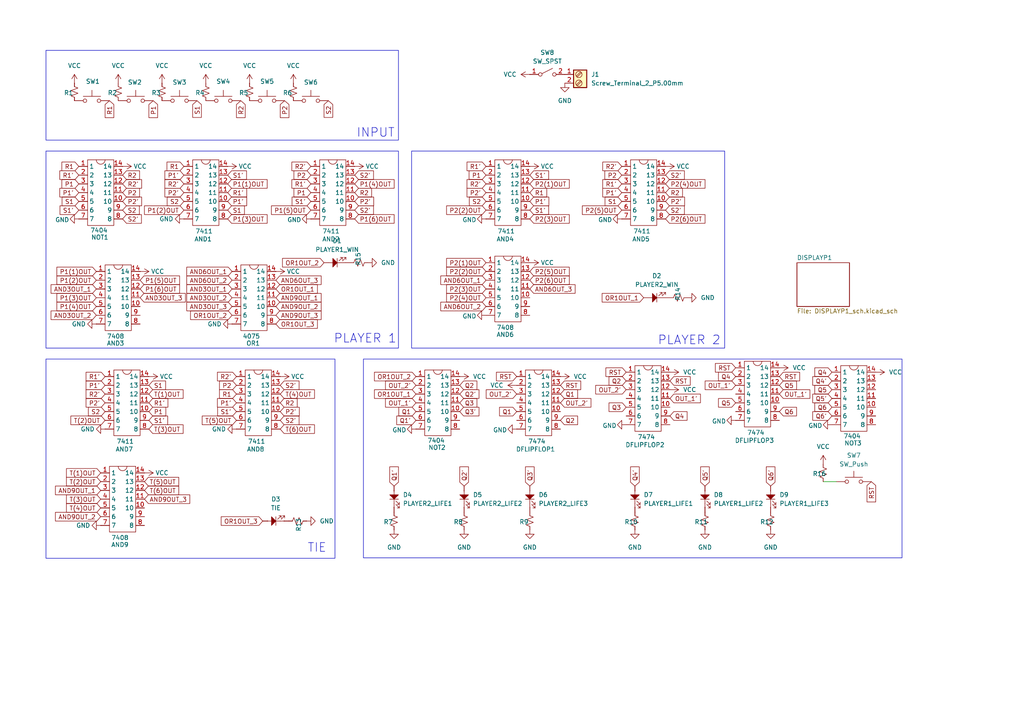
<source format=kicad_sch>
(kicad_sch (version 20231120) (generator "eeschema") (generator_version "8.0")
  (paper "A4")
  (lib_symbols
    (symbol "Device:R_Small_US" (pin_numbers hide) (pin_names (offset 0.254) hide)
      (property "Reference" "R" (at 0.762 0.508 0))
      (property "Value" "R_Small_US" (at 0.762 -1.016 0))
      (symbol "R_Small_US_1_1"
        (pin passive line (at 0 2.54 270) (length 1.016) (name "~") (number "1"))
        (pin passive line (at 0 -2.54 90) (length 1.016) (name "~") (number "2"))
      )
    )
    (symbol "PCM_SL_Devices:IC_DIP_14"
      (property "Reference" "U" (at 0 13.335 0))
      (property "Value" "IC_DIP_14" (at 0 11.43 0))
      (symbol "IC_DIP_14_1_1"
        (pin bidirectional line (at -6.35 7.62 0) (length 2.54) (name "1") (number "1"))
        (pin bidirectional line (at 6.35 -2.54 180) (length 2.54) (name "10") (number "10"))
        (pin bidirectional line (at 6.35 0 180) (length 2.54) (name "11") (number "11"))
        (pin bidirectional line (at 6.35 2.54 180) (length 2.54) (name "12") (number "12"))
        (pin bidirectional line (at 6.35 5.08 180) (length 2.54) (name "13") (number "13"))
        (pin bidirectional line (at 6.35 7.62 180) (length 2.54) (name "14") (number "14"))
        (pin bidirectional line (at -6.35 5.08 0) (length 2.54) (name "2") (number "2"))
        (pin bidirectional line (at -6.35 2.54 0) (length 2.54) (name "3") (number "3"))
        (pin bidirectional line (at -6.35 0 0) (length 2.54) (name "4") (number "4"))
        (pin bidirectional line (at -6.35 -2.54 0) (length 2.54) (name "5") (number "5"))
        (pin bidirectional line (at -6.35 -5.08 0) (length 2.54) (name "6") (number "6"))
        (pin bidirectional line (at -6.35 -7.62 0) (length 2.54) (name "7") (number "7"))
        (pin bidirectional line (at 6.35 -7.62 180) (length 2.54) (name "8") (number "8"))
        (pin bidirectional line (at 6.35 -5.08 180) (length 2.54) (name "9") (number "9"))
      )
    )
    (symbol "PCM_SL_Devices:LED_5mm"
      (property "Reference" "D" (at -0.508 5.334 0))
      (property "Value" "LED_5mm" (at -0.508 2.794 0))
      (symbol "LED_5mm_1_1"
        (pin passive line (at 3.81 0 180) (length 1.5) (name "~") (number "1"))
        (pin passive line (at -3.81 0 0) (length 1.5) (name "") (number "2"))
      )
    )
    (symbol "PCM_SL_Screw_Terminal:Screw_Terminal_2_P5.00mm"
      (property "Reference" "J" (at 0 3.81 0))
      (property "Value" "Screw_Terminal_2_P5.00mm" (at 0 -3.81 0))
      (symbol "Screw_Terminal_2_P5.00mm_1_1"
        (pin passive line (at -3.81 1.27 0) (length 2.54) (name "") (number "1"))
        (pin passive line (at -3.81 -1.27 0) (length 2.54) (name "") (number "2"))
      )
    )
    (symbol "Switch:SW_Push" (pin_numbers hide) (pin_names (offset 1.016) hide)
      (property "Reference" "SW" (at 1.27 2.54 0))
      (property "Value" "SW_Push" (at 0 -1.524 0))
      (symbol "SW_Push_0_1"
        (pin passive line (at -5.08 0 0) (length 2.54) (name "1") (number "1"))
        (pin passive line (at 5.08 0 180) (length 2.54) (name "2") (number "2"))
      )
    )
    (symbol "Switch:SW_SPST" (pin_names (offset 0) hide)
      (property "Reference" "SW" (at 0 3.175 0))
      (property "Value" "SW_SPST" (at 0 -2.54 0))
      (symbol "SW_SPST_1_1"
        (pin passive line (at -5.08 0 0) (length 2.54) (name "A") (number "1"))
        (pin passive line (at 5.08 0 180) (length 2.54) (name "B") (number "2"))
      )
    )
    (symbol "power:GND" (power) (pin_numbers hide) (pin_names (offset 0) hide)
      (property "Value" "GND" (at 0 -3.81 0))
      (symbol "GND_1_1"
        (pin power_in line (at 0 0 270) (length 0) (name "~") (number "1"))
      )
    )
    (symbol "power:VCC" (power) (pin_numbers hide) (pin_names (offset 0) hide)
      (property "Value" "VCC" (at 0 3.556 0))
      (symbol "VCC_1_1"
        (pin power_in line (at 0 0 90) (length 0) (name "~") (number "1"))
      )
    )
  )
  (wire (pts (xy 238.76 139.7) (xy 242.57 139.7)))
  (rectangle (start 105.41 104.14) (end 261.62 161.798))
  (rectangle (start 119.38 43.815) (end 210.185 100.965))
  (rectangle (start 13.335 43.815) (end 115.57 100.965))
  (rectangle (start 13.335 14.605) (end 115.57 40.64))
  (rectangle (start 13.335 104.14) (end 97.155 161.925))
  (text "PLAYER 1\n" (at 105.918 98.298 0) (effects (font (size 2.54 2.54))))
  (text "PLAYER 2\n\n" (at 199.898 100.838 0) (effects (font (size 2.54 2.54))))
  (text "TIE\n\n" (at 91.948 161.036 0) (effects (font (size 2.54 2.54))))
  (text "INPUT\n" (at 108.966 38.608 0) (effects (font (size 2.54 2.54))))
  (global_label "R1" (shape input) (at 31.75 29.21 270) (property "Intersheetrefs" "${INTERSHEET_REFS}" (effects (hide yes))))
  (global_label "Q3'" (shape input) (at 133.35 119.38 0) (property "Intersheetrefs" "${INTERSHEET_REFS}" (effects (hide yes))))
  (global_label "T(4)OUT" (shape input) (at 81.28 114.3 0) (property "Intersheetrefs" "${INTERSHEET_REFS}" (effects (hide yes))))
  (global_label "R2'" (shape input) (at 68.58 109.22 180) (property "Intersheetrefs" "${INTERSHEET_REFS}" (effects (hide yes))))
  (global_label "OUT_1'" (shape input) (at 226.06 114.3 0) (property "Intersheetrefs" "${INTERSHEET_REFS}" (effects (hide yes))))
  (global_label "P2(1)OUT" (shape input) (at 153.67 53.34 0) (property "Intersheetrefs" "${INTERSHEET_REFS}" (effects (hide yes))))
  (global_label "Q4'" (shape input) (at 241.3 110.49 180) (property "Intersheetrefs" "${INTERSHEET_REFS}" (effects (hide yes))))
  (global_label "OUT_2'" (shape input) (at 162.56 116.84 0) (property "Intersheetrefs" "${INTERSHEET_REFS}" (effects (hide yes))))
  (global_label "S1'" (shape input) (at 153.67 50.8 0) (property "Intersheetrefs" "${INTERSHEET_REFS}" (effects (hide yes))))
  (global_label "OR1OUT_1" (shape input) (at 80.01 83.82 0) (property "Intersheetrefs" "${INTERSHEET_REFS}" (effects (hide yes))))
  (global_label "AND9OUT_3" (shape input) (at 80.01 91.44 0) (property "Intersheetrefs" "${INTERSHEET_REFS}" (effects (hide yes))))
  (global_label "P1(1)OUT" (shape input) (at 66.04 53.34 0) (property "Intersheetrefs" "${INTERSHEET_REFS}" (effects (hide yes))))
  (global_label "R1" (shape input) (at 22.86 48.26 180) (property "Intersheetrefs" "${INTERSHEET_REFS}" (effects (hide yes))))
  (global_label "S1'" (shape input) (at 68.58 119.38 180) (property "Intersheetrefs" "${INTERSHEET_REFS}" (effects (hide yes))))
  (global_label "OR1OUT_2" (shape input) (at 120.65 109.22 180) (property "Intersheetrefs" "${INTERSHEET_REFS}" (effects (hide yes))))
  (global_label "P1" (shape input) (at 43.18 119.38 0) (property "Intersheetrefs" "${INTERSHEET_REFS}" (effects (hide yes))))
  (global_label "OUT_2'" (shape input) (at 149.86 114.3 180) (property "Intersheetrefs" "${INTERSHEET_REFS}" (effects (hide yes))))
  (global_label "P2(4)OUT" (shape input) (at 140.97 86.36 180) (property "Intersheetrefs" "${INTERSHEET_REFS}" (effects (hide yes))))
  (global_label "S2" (shape input) (at 30.48 119.38 180) (property "Intersheetrefs" "${INTERSHEET_REFS}" (effects (hide yes))))
  (global_label "P1(5)OUT" (shape input) (at 40.64 81.28 0) (property "Intersheetrefs" "${INTERSHEET_REFS}" (effects (hide yes))))
  (global_label "AND6OUT_1" (shape input) (at 67.31 78.74 180) (property "Intersheetrefs" "${INTERSHEET_REFS}" (effects (hide yes))))
  (global_label "OUT_1'" (shape input) (at 213.36 111.76 180) (property "Intersheetrefs" "${INTERSHEET_REFS}" (effects (hide yes))))
  (global_label "P2(2)OUT" (shape input) (at 140.97 60.96 180) (property "Intersheetrefs" "${INTERSHEET_REFS}" (effects (hide yes))))
  (global_label "R2" (shape input) (at 102.87 55.88 0) (property "Intersheetrefs" "${INTERSHEET_REFS}" (effects (hide yes))))
  (global_label "S1" (shape input) (at 43.18 111.76 0) (property "Intersheetrefs" "${INTERSHEET_REFS}" (effects (hide yes))))
  (global_label "R2'" (shape input) (at 35.56 53.34 0) (property "Intersheetrefs" "${INTERSHEET_REFS}" (effects (hide yes))))
  (global_label "OR1OUT_1" (shape input) (at 186.69 86.36 180) (property "Intersheetrefs" "${INTERSHEET_REFS}" (effects (hide yes))))
  (global_label "R1'" (shape input) (at 30.48 109.22 180) (property "Intersheetrefs" "${INTERSHEET_REFS}" (effects (hide yes))))
  (global_label "T(3)OUT" (shape input) (at 43.18 124.46 0) (property "Intersheetrefs" "${INTERSHEET_REFS}" (effects (hide yes))))
  (global_label "OUT_2'" (shape input) (at 120.65 111.76 180) (property "Intersheetrefs" "${INTERSHEET_REFS}" (effects (hide yes))))
  (global_label "P2" (shape input) (at 82.55 29.21 270) (property "Intersheetrefs" "${INTERSHEET_REFS}" (effects (hide yes))))
  (global_label "R1'" (shape input) (at 140.97 48.26 180) (property "Intersheetrefs" "${INTERSHEET_REFS}" (effects (hide yes))))
  (global_label "P2'" (shape input) (at 193.04 58.42 0) (property "Intersheetrefs" "${INTERSHEET_REFS}" (effects (hide yes))))
  (global_label "S2" (shape input) (at 140.97 58.42 180) (property "Intersheetrefs" "${INTERSHEET_REFS}" (effects (hide yes))))
  (global_label "Q1'" (shape input) (at 120.65 121.92 180) (property "Intersheetrefs" "${INTERSHEET_REFS}" (effects (hide yes))))
  (global_label "AND9OUT_1" (shape input) (at 80.01 86.36 0) (property "Intersheetrefs" "${INTERSHEET_REFS}" (effects (hide yes))))
  (global_label "RST" (shape input) (at 149.86 109.22 180) (property "Intersheetrefs" "${INTERSHEET_REFS}" (effects (hide yes))))
  (global_label "Q2'" (shape input) (at 134.62 140.97 90) (property "Intersheetrefs" "${INTERSHEET_REFS}" (effects (hide yes))))
  (global_label "AND9OUT_2" (shape input) (at 29.21 149.86 180) (property "Intersheetrefs" "${INTERSHEET_REFS}" (effects (hide yes))))
  (global_label "P2" (shape input) (at 68.58 111.76 180) (property "Intersheetrefs" "${INTERSHEET_REFS}" (effects (hide yes))))
  (global_label "S1'" (shape input) (at 66.04 50.8 0) (property "Intersheetrefs" "${INTERSHEET_REFS}" (effects (hide yes))))
  (global_label "P1" (shape input) (at 140.97 50.8 180) (property "Intersheetrefs" "${INTERSHEET_REFS}" (effects (hide yes))))
  (global_label "Q5" (shape input) (at 213.36 116.84 180) (property "Intersheetrefs" "${INTERSHEET_REFS}" (effects (hide yes))))
  (global_label "S1'" (shape input) (at 22.86 60.96 180) (property "Intersheetrefs" "${INTERSHEET_REFS}" (effects (hide yes))))
  (global_label "P1(6)OUT" (shape input) (at 40.64 83.82 0) (property "Intersheetrefs" "${INTERSHEET_REFS}" (effects (hide yes))))
  (global_label "P1(1)OUT" (shape input) (at 27.94 78.74 180) (property "Intersheetrefs" "${INTERSHEET_REFS}" (effects (hide yes))))
  (global_label "S2" (shape input) (at 95.25 29.21 270) (property "Intersheetrefs" "${INTERSHEET_REFS}" (effects (hide yes))))
  (global_label "S2" (shape input) (at 53.34 58.42 180) (property "Intersheetrefs" "${INTERSHEET_REFS}" (effects (hide yes))))
  (global_label "P2(3)OUT" (shape input) (at 153.67 63.5 0) (property "Intersheetrefs" "${INTERSHEET_REFS}" (effects (hide yes))))
  (global_label "P2" (shape input) (at 180.34 50.8 180) (property "Intersheetrefs" "${INTERSHEET_REFS}" (effects (hide yes))))
  (global_label "P1(5)OUT" (shape input) (at 90.17 60.96 180) (property "Intersheetrefs" "${INTERSHEET_REFS}" (effects (hide yes))))
  (global_label "S1'" (shape input) (at 43.18 121.92 0) (property "Intersheetrefs" "${INTERSHEET_REFS}" (effects (hide yes))))
  (global_label "AND6OUT_2" (shape input) (at 140.97 88.9 180) (property "Intersheetrefs" "${INTERSHEET_REFS}" (effects (hide yes))))
  (global_label "P1" (shape input) (at 44.45 29.21 270) (property "Intersheetrefs" "${INTERSHEET_REFS}" (effects (hide yes))))
  (global_label "S2'" (shape input) (at 81.28 121.92 0) (property "Intersheetrefs" "${INTERSHEET_REFS}" (effects (hide yes))))
  (global_label "P1(2)OUT" (shape input) (at 27.94 81.28 180) (property "Intersheetrefs" "${INTERSHEET_REFS}" (effects (hide yes))))
  (global_label "S2'" (shape input) (at 102.87 50.8 0) (property "Intersheetrefs" "${INTERSHEET_REFS}" (effects (hide yes))))
  (global_label "AND9OUT_3" (shape input) (at 41.91 144.78 0) (property "Intersheetrefs" "${INTERSHEET_REFS}" (effects (hide yes))))
  (global_label "T(6)OUT" (shape input) (at 41.91 142.24 0) (property "Intersheetrefs" "${INTERSHEET_REFS}" (effects (hide yes))))
  (global_label "Q4'" (shape input) (at 184.15 140.97 90) (property "Intersheetrefs" "${INTERSHEET_REFS}" (effects (hide yes))))
  (global_label "P2(1)OUT" (shape input) (at 140.97 76.2 180) (property "Intersheetrefs" "${INTERSHEET_REFS}" (effects (hide yes))))
  (global_label "Q1" (shape input) (at 149.86 119.38 180) (property "Intersheetrefs" "${INTERSHEET_REFS}" (effects (hide yes))))
  (global_label "P2" (shape input) (at 90.17 50.8 180) (property "Intersheetrefs" "${INTERSHEET_REFS}" (effects (hide yes))))
  (global_label "RST" (shape input) (at 181.61 107.95 180) (property "Intersheetrefs" "${INTERSHEET_REFS}" (effects (hide yes))))
  (global_label "T(2)OUT" (shape input) (at 30.48 121.92 180) (property "Intersheetrefs" "${INTERSHEET_REFS}" (effects (hide yes))))
  (global_label "P1(3)OUT" (shape input) (at 27.94 86.36 180) (property "Intersheetrefs" "${INTERSHEET_REFS}" (effects (hide yes))))
  (global_label "AND3OUT_2" (shape input) (at 27.94 91.44 180) (property "Intersheetrefs" "${INTERSHEET_REFS}" (effects (hide yes))))
  (global_label "Q1" (shape input) (at 162.56 114.3 0) (property "Intersheetrefs" "${INTERSHEET_REFS}" (effects (hide yes))))
  (global_label "RST" (shape input) (at 226.06 109.22 0) (property "Intersheetrefs" "${INTERSHEET_REFS}" (effects (hide yes))))
  (global_label "S2'" (shape input) (at 193.04 50.8 0) (property "Intersheetrefs" "${INTERSHEET_REFS}" (effects (hide yes))))
  (global_label "P1(4)OUT" (shape input) (at 27.94 88.9 180) (property "Intersheetrefs" "${INTERSHEET_REFS}" (effects (hide yes))))
  (global_label "S1" (shape input) (at 180.34 58.42 180) (property "Intersheetrefs" "${INTERSHEET_REFS}" (effects (hide yes))))
  (global_label "P2'" (shape input) (at 53.34 55.88 180) (property "Intersheetrefs" "${INTERSHEET_REFS}" (effects (hide yes))))
  (global_label "Q5" (shape input) (at 241.3 113.03 180) (property "Intersheetrefs" "${INTERSHEET_REFS}" (effects (hide yes))))
  (global_label "OR1OUT_2" (shape input) (at 67.31 91.44 180) (property "Intersheetrefs" "${INTERSHEET_REFS}" (effects (hide yes))))
  (global_label "OR1OUT_3" (shape input) (at 76.2 151.13 180) (property "Intersheetrefs" "${INTERSHEET_REFS}" (effects (hide yes))))
  (global_label "Q5" (shape input) (at 226.06 111.76 0) (property "Intersheetrefs" "${INTERSHEET_REFS}" (effects (hide yes))))
  (global_label "R2'" (shape input) (at 53.34 53.34 180) (property "Intersheetrefs" "${INTERSHEET_REFS}" (effects (hide yes))))
  (global_label "AND6OUT_3" (shape input) (at 80.01 81.28 0) (property "Intersheetrefs" "${INTERSHEET_REFS}" (effects (hide yes))))
  (global_label "AND9OUT_1" (shape input) (at 29.21 142.24 180) (property "Intersheetrefs" "${INTERSHEET_REFS}" (effects (hide yes))))
  (global_label "P1(6)OUT" (shape input) (at 102.87 63.5 0) (property "Intersheetrefs" "${INTERSHEET_REFS}" (effects (hide yes))))
  (global_label "P2'" (shape input) (at 81.28 119.38 0) (property "Intersheetrefs" "${INTERSHEET_REFS}" (effects (hide yes))))
  (global_label "S1" (shape input) (at 66.04 60.96 0) (property "Intersheetrefs" "${INTERSHEET_REFS}" (effects (hide yes))))
  (global_label "OUT_1'" (shape input) (at 194.31 115.57 0) (property "Intersheetrefs" "${INTERSHEET_REFS}" (effects (hide yes))))
  (global_label "AND9OUT_2" (shape input) (at 80.01 88.9 0) (property "Intersheetrefs" "${INTERSHEET_REFS}" (effects (hide yes))))
  (global_label "Q6" (shape input) (at 241.3 118.11 180) (property "Intersheetrefs" "${INTERSHEET_REFS}" (effects (hide yes))))
  (global_label "R2'" (shape input) (at 140.97 53.34 180) (property "Intersheetrefs" "${INTERSHEET_REFS}" (effects (hide yes))))
  (global_label "Q4" (shape input) (at 194.31 120.65 0) (property "Intersheetrefs" "${INTERSHEET_REFS}" (effects (hide yes))))
  (global_label "P2" (shape input) (at 35.56 55.88 0) (property "Intersheetrefs" "${INTERSHEET_REFS}" (effects (hide yes))))
  (global_label "P1'" (shape input) (at 153.67 58.42 0) (property "Intersheetrefs" "${INTERSHEET_REFS}" (effects (hide yes))))
  (global_label "Q1'" (shape input) (at 114.3 140.97 90) (property "Intersheetrefs" "${INTERSHEET_REFS}" (effects (hide yes))))
  (global_label "P1" (shape input) (at 90.17 55.88 180) (property "Intersheetrefs" "${INTERSHEET_REFS}" (effects (hide yes))))
  (global_label "AND6OUT_3" (shape input) (at 153.67 83.82 0) (property "Intersheetrefs" "${INTERSHEET_REFS}" (effects (hide yes))))
  (global_label "RST" (shape input) (at 194.31 110.49 0) (property "Intersheetrefs" "${INTERSHEET_REFS}" (effects (hide yes))))
  (global_label "Q3" (shape input) (at 181.61 118.11 180) (property "Intersheetrefs" "${INTERSHEET_REFS}" (effects (hide yes))))
  (global_label "P2(3)OUT" (shape input) (at 140.97 83.82 180) (property "Intersheetrefs" "${INTERSHEET_REFS}" (effects (hide yes))))
  (global_label "Q2" (shape input) (at 133.35 111.76 0) (property "Intersheetrefs" "${INTERSHEET_REFS}" (effects (hide yes))))
  (global_label "Q2" (shape input) (at 181.61 110.49 180) (property "Intersheetrefs" "${INTERSHEET_REFS}" (effects (hide yes))))
  (global_label "R1'" (shape input) (at 22.86 50.8 180) (property "Intersheetrefs" "${INTERSHEET_REFS}" (effects (hide yes))))
  (global_label "P2'" (shape input) (at 35.56 58.42 0) (property "Intersheetrefs" "${INTERSHEET_REFS}" (effects (hide yes))))
  (global_label "R1'" (shape input) (at 43.18 116.84 0) (property "Intersheetrefs" "${INTERSHEET_REFS}" (effects (hide yes))))
  (global_label "Q5'" (shape input) (at 241.3 115.57 180) (property "Intersheetrefs" "${INTERSHEET_REFS}" (effects (hide yes))))
  (global_label "OR1OUT_2" (shape input) (at 93.98 76.2 180) (property "Intersheetrefs" "${INTERSHEET_REFS}" (effects (hide yes))))
  (global_label "P1'" (shape input) (at 30.48 111.76 180) (property "Intersheetrefs" "${INTERSHEET_REFS}" (effects (hide yes))))
  (global_label "Q2'" (shape input) (at 133.35 114.3 0) (property "Intersheetrefs" "${INTERSHEET_REFS}" (effects (hide yes))))
  (global_label "T(5)OUT" (shape input) (at 41.91 139.7 0) (property "Intersheetrefs" "${INTERSHEET_REFS}" (effects (hide yes))))
  (global_label "Q6'" (shape input) (at 241.3 120.65 180) (property "Intersheetrefs" "${INTERSHEET_REFS}" (effects (hide yes))))
  (global_label "P2'" (shape input) (at 140.97 55.88 180) (property "Intersheetrefs" "${INTERSHEET_REFS}" (effects (hide yes))))
  (global_label "P2(2)OUT" (shape input) (at 140.97 78.74 180) (property "Intersheetrefs" "${INTERSHEET_REFS}" (effects (hide yes))))
  (global_label "P2(6)OUT" (shape input) (at 193.04 63.5 0) (property "Intersheetrefs" "${INTERSHEET_REFS}" (effects (hide yes))))
  (global_label "S1" (shape input) (at 57.15 29.21 270) (property "Intersheetrefs" "${INTERSHEET_REFS}" (effects (hide yes))))
  (global_label "AND3OUT_2" (shape input) (at 67.31 86.36 180) (property "Intersheetrefs" "${INTERSHEET_REFS}" (effects (hide yes))))
  (global_label "Q4" (shape input) (at 213.36 109.22 180) (property "Intersheetrefs" "${INTERSHEET_REFS}" (effects (hide yes))))
  (global_label "P1'" (shape input) (at 68.58 116.84 180) (property "Intersheetrefs" "${INTERSHEET_REFS}" (effects (hide yes))))
  (global_label "S1" (shape input) (at 22.86 58.42 180) (property "Intersheetrefs" "${INTERSHEET_REFS}" (effects (hide yes))))
  (global_label "T(6)OUT" (shape input) (at 81.28 124.46 0) (property "Intersheetrefs" "${INTERSHEET_REFS}" (effects (hide yes))))
  (global_label "Q6'" (shape input) (at 223.52 140.97 90) (property "Intersheetrefs" "${INTERSHEET_REFS}" (effects (hide yes))))
  (global_label "P1(2)OUT" (shape input) (at 53.34 60.96 180) (property "Intersheetrefs" "${INTERSHEET_REFS}" (effects (hide yes))))
  (global_label "P1(4)OUT" (shape input) (at 102.87 53.34 0) (property "Intersheetrefs" "${INTERSHEET_REFS}" (effects (hide yes))))
  (global_label "P1" (shape input) (at 22.86 53.34 180) (property "Intersheetrefs" "${INTERSHEET_REFS}" (effects (hide yes))))
  (global_label "R1" (shape input) (at 153.67 55.88 0) (property "Intersheetrefs" "${INTERSHEET_REFS}" (effects (hide yes))))
  (global_label "R2'" (shape input) (at 90.17 48.26 180) (property "Intersheetrefs" "${INTERSHEET_REFS}" (effects (hide yes))))
  (global_label "P2(6)OUT" (shape input) (at 153.67 81.28 0) (property "Intersheetrefs" "${INTERSHEET_REFS}" (effects (hide yes))))
  (global_label "T(5)OUT" (shape input) (at 68.58 121.92 180) (property "Intersheetrefs" "${INTERSHEET_REFS}" (effects (hide yes))))
  (global_label "OUT_2'" (shape input) (at 181.61 113.03 180) (property "Intersheetrefs" "${INTERSHEET_REFS}" (effects (hide yes))))
  (global_label "P1'" (shape input) (at 53.34 50.8 180) (property "Intersheetrefs" "${INTERSHEET_REFS}" (effects (hide yes))))
  (global_label "Q5'" (shape input) (at 204.47 140.97 90) (property "Intersheetrefs" "${INTERSHEET_REFS}" (effects (hide yes))))
  (global_label "OR1OUT_1" (shape input) (at 120.65 114.3 180) (property "Intersheetrefs" "${INTERSHEET_REFS}" (effects (hide yes))))
  (global_label "RST" (shape input) (at 213.36 106.68 180) (property "Intersheetrefs" "${INTERSHEET_REFS}" (effects (hide yes))))
  (global_label "S2" (shape input) (at 35.56 60.96 0) (property "Intersheetrefs" "${INTERSHEET_REFS}" (effects (hide yes))))
  (global_label "P2(5)OUT" (shape input) (at 180.34 60.96 180) (property "Intersheetrefs" "${INTERSHEET_REFS}" (effects (hide yes))))
  (global_label "P2'" (shape input) (at 30.48 116.84 180) (property "Intersheetrefs" "${INTERSHEET_REFS}" (effects (hide yes))))
  (global_label "AND6OUT_2" (shape input) (at 67.31 81.28 180) (property "Intersheetrefs" "${INTERSHEET_REFS}" (effects (hide yes))))
  (global_label "Q4" (shape input) (at 241.3 107.95 180) (property "Intersheetrefs" "${INTERSHEET_REFS}" (effects (hide yes))))
  (global_label "Q2" (shape input) (at 162.56 121.92 0) (property "Intersheetrefs" "${INTERSHEET_REFS}" (effects (hide yes))))
  (global_label "R1'" (shape input) (at 180.34 53.34 180) (property "Intersheetrefs" "${INTERSHEET_REFS}" (effects (hide yes))))
  (global_label "T(2)OUT" (shape input) (at 29.21 139.7 180) (property "Intersheetrefs" "${INTERSHEET_REFS}" (effects (hide yes))))
  (global_label "R1'" (shape input) (at 90.17 53.34 180) (property "Intersheetrefs" "${INTERSHEET_REFS}" (effects (hide yes))))
  (global_label "S1'" (shape input) (at 153.67 60.96 0) (property "Intersheetrefs" "${INTERSHEET_REFS}" (effects (hide yes))))
  (global_label "AND3OUT_3" (shape input) (at 67.31 88.9 180) (property "Intersheetrefs" "${INTERSHEET_REFS}" (effects (hide yes))))
  (global_label "Q3'" (shape input) (at 153.67 140.97 90) (property "Intersheetrefs" "${INTERSHEET_REFS}" (effects (hide yes))))
  (global_label "R2" (shape input) (at 35.56 50.8 0) (property "Intersheetrefs" "${INTERSHEET_REFS}" (effects (hide yes))))
  (global_label "OR1OUT_3" (shape input) (at 80.01 93.98 0) (property "Intersheetrefs" "${INTERSHEET_REFS}" (effects (hide yes))))
  (global_label "RST" (shape input) (at 162.56 111.76 0) (property "Intersheetrefs" "${INTERSHEET_REFS}" (effects (hide yes))))
  (global_label "AND3OUT_3" (shape input) (at 40.64 86.36 0) (property "Intersheetrefs" "${INTERSHEET_REFS}" (effects (hide yes))))
  (global_label "RST" (shape input) (at 252.73 139.7 270) (property "Intersheetrefs" "${INTERSHEET_REFS}" (effects (hide yes))))
  (global_label "T(3)OUT" (shape input) (at 29.21 144.78 180) (property "Intersheetrefs" "${INTERSHEET_REFS}" (effects (hide yes))))
  (global_label "AND3OUT_1" (shape input) (at 67.31 83.82 180) (property "Intersheetrefs" "${INTERSHEET_REFS}" (effects (hide yes))))
  (global_label "Q3" (shape input) (at 133.35 116.84 0) (property "Intersheetrefs" "${INTERSHEET_REFS}" (effects (hide yes))))
  (global_label "R2" (shape input) (at 81.28 116.84 0) (property "Intersheetrefs" "${INTERSHEET_REFS}" (effects (hide yes))))
  (global_label "S2'" (shape input) (at 81.28 111.76 0) (property "Intersheetrefs" "${INTERSHEET_REFS}" (effects (hide yes))))
  (global_label "P1'" (shape input) (at 66.04 58.42 0) (property "Intersheetrefs" "${INTERSHEET_REFS}" (effects (hide yes))))
  (global_label "R2" (shape input) (at 69.85 29.21 270) (property "Intersheetrefs" "${INTERSHEET_REFS}" (effects (hide yes))))
  (global_label "OUT_1'" (shape input) (at 120.65 116.84 180) (property "Intersheetrefs" "${INTERSHEET_REFS}" (effects (hide yes))))
  (global_label "P1(3)OUT" (shape input) (at 66.04 63.5 0) (property "Intersheetrefs" "${INTERSHEET_REFS}" (effects (hide yes))))
  (global_label "R1" (shape input) (at 68.58 114.3 180) (property "Intersheetrefs" "${INTERSHEET_REFS}" (effects (hide yes))))
  (global_label "T(4)OUT" (shape input) (at 29.21 147.32 180) (property "Intersheetrefs" "${INTERSHEET_REFS}" (effects (hide yes))))
  (global_label "S2'" (shape input) (at 193.04 60.96 0) (property "Intersheetrefs" "${INTERSHEET_REFS}" (effects (hide yes))))
  (global_label "P2(5)OUT" (shape input) (at 153.67 78.74 0) (property "Intersheetrefs" "${INTERSHEET_REFS}" (effects (hide yes))))
  (global_label "R2'" (shape input) (at 180.34 48.26 180) (property "Intersheetrefs" "${INTERSHEET_REFS}" (effects (hide yes))))
  (global_label "R2" (shape input) (at 193.04 55.88 0) (property "Intersheetrefs" "${INTERSHEET_REFS}" (effects (hide yes))))
  (global_label "P2'" (shape input) (at 102.87 58.42 0) (property "Intersheetrefs" "${INTERSHEET_REFS}" (effects (hide yes))))
  (global_label "AND3OUT_1" (shape input) (at 27.94 83.82 180) (property "Intersheetrefs" "${INTERSHEET_REFS}" (effects (hide yes))))
  (global_label "P1'" (shape input) (at 180.34 55.88 180) (property "Intersheetrefs" "${INTERSHEET_REFS}" (effects (hide yes))))
  (global_label "R1'" (shape input) (at 66.04 55.88 0) (property "Intersheetrefs" "${INTERSHEET_REFS}" (effects (hide yes))))
  (global_label "Q6" (shape input) (at 226.06 119.38 0) (property "Intersheetrefs" "${INTERSHEET_REFS}" (effects (hide yes))))
  (global_label "R2'" (shape input) (at 30.48 114.3 180) (property "Intersheetrefs" "${INTERSHEET_REFS}" (effects (hide yes))))
  (global_label "AND6OUT_1" (shape input) (at 140.97 81.28 180) (property "Intersheetrefs" "${INTERSHEET_REFS}" (effects (hide yes))))
  (global_label "Q1" (shape input) (at 120.65 119.38 180) (property "Intersheetrefs" "${INTERSHEET_REFS}" (effects (hide yes))))
  (global_label "T(1)OUT" (shape input) (at 43.18 114.3 0) (property "Intersheetrefs" "${INTERSHEET_REFS}" (effects (hide yes))))
  (global_label "T(1)OUT" (shape input) (at 29.21 137.16 180) (property "Intersheetrefs" "${INTERSHEET_REFS}" (effects (hide yes))))
  (global_label "S1'" (shape input) (at 90.17 58.42 180) (property "Intersheetrefs" "${INTERSHEET_REFS}" (effects (hide yes))))
  (global_label "S2'" (shape input) (at 102.87 60.96 0) (property "Intersheetrefs" "${INTERSHEET_REFS}" (effects (hide yes))))
  (global_label "R1" (shape input) (at 53.34 48.26 180) (property "Intersheetrefs" "${INTERSHEET_REFS}" (effects (hide yes))))
  (global_label "P1'" (shape input) (at 22.86 55.88 180) (property "Intersheetrefs" "${INTERSHEET_REFS}" (effects (hide yes))))
  (global_label "S2'" (shape input) (at 35.56 63.5 0) (property "Intersheetrefs" "${INTERSHEET_REFS}" (effects (hide yes))))
  (global_label "P2(4)OUT" (shape input) (at 193.04 53.34 0) (property "Intersheetrefs" "${INTERSHEET_REFS}" (effects (hide yes))))
  (symbol (lib_id "power:GND") (at 149.86 124.46 270) (unit 1)
    (property "Reference" "#PWR034" (effects (hide yes)))
    (property "Value" "GND" (at 145.034 124.714 90))
    (property "Description" "Power symbol creates a global label with name \"GND\" , ground" (effects (hide yes)))
  )
  (symbol (lib_id "Device:R_Small_US") (at 184.15 151.13 0) (unit 1)
    (property "Reference" "R10" (at 181.102 151.384 0) (effects (justify left)))
    (property "Value" "R_Small_US" (effects (hide yes)))
    (property "Footprint" "Resistor_THT:R_Axial_DIN0207_L6.3mm_D2.5mm_P7.62mm_Horizontal" (effects (hide yes)))
    (property "Description" "Resistor, small US symbol" (effects (hide yes)))
  )
  (symbol (lib_id "PCM_SL_Screw_Terminal:Screw_Terminal_2_P5.00mm") (at 167.64 22.86 0) (unit 1)
    (property "Reference" "J1" (at 171.45 21.5899 0) (effects (justify left)))
    (property "Value" "Screw_Terminal_2_P5.00mm" (at 171.45 24.1299 0) (effects (justify left)))
    (property "Footprint" "TerminalBlock_Phoenix:TerminalBlock_Phoenix_PT-1,5-2-5.0-H_1x02_P5.00mm_Horizontal" (effects (hide yes)))
  )
  (symbol (lib_id "Device:R_Small_US") (at 153.67 151.13 0) (unit 1)
    (property "Reference" "R9" (at 150.622 151.384 0) (effects (justify left)))
    (property "Value" "R_Small_US" (effects (hide yes)))
    (property "Footprint" "Resistor_THT:R_Axial_DIN0207_L6.3mm_D2.5mm_P7.62mm_Horizontal" (effects (hide yes)))
    (property "Description" "Resistor, small US symbol" (effects (hide yes)))
  )
  (symbol (lib_id "power:VCC") (at 226.06 106.68 270) (unit 1)
    (property "Reference" "#PWR043" (effects (hide yes)))
    (property "Value" "VCC" (at 229.87 106.6799 90) (effects (justify left)))
    (property "Description" "Power symbol creates a global label with name \"VCC\"" (effects (hide yes)))
  )
  (symbol (lib_id "PCM_SL_Devices:LED_5mm") (at 80.01 151.13 0) (unit 1)
    (property "Reference" "D3" (at 80.01 144.78 0))
    (property "Value" "TIE" (at 80.01 147.32 0))
    (property "Footprint" "LED_THT:LED_D5.0mm" (effects (hide yes)))
    (property "Description" "Common 5mm diameter LED" (effects (hide yes)))
  )
  (symbol (lib_id "Device:R_Small_US") (at 46.99 26.67 0) (unit 1)
    (property "Reference" "R3" (at 43.942 26.924 0) (effects (justify left)))
    (property "Value" "R_Small_US" (effects (hide yes)))
    (property "Footprint" "Resistor_THT:R_Axial_DIN0207_L6.3mm_D2.5mm_P7.62mm_Horizontal" (effects (hide yes)))
    (property "Description" "Resistor, small US symbol" (effects (hide yes)))
  )
  (symbol (lib_id "power:VCC") (at 194.31 107.95 270) (unit 1)
    (property "Reference" "#PWR041" (effects (hide yes)))
    (property "Value" "VCC" (at 198.12 107.9499 90) (effects (justify left)))
    (property "Description" "Power symbol creates a global label with name \"VCC\"" (effects (hide yes)))
  )
  (symbol (lib_id "power:VCC") (at 35.56 48.26 270) (unit 1)
    (property "Reference" "#PWR015" (effects (hide yes)))
    (property "Value" "VCC" (at 40.64 48.26 90))
    (property "Description" "Power symbol creates a global label with name \"VCC\"" (effects (hide yes)))
  )
  (symbol (lib_id "PCM_SL_Devices:IC_DIP_14") (at 127 116.84 0) (unit 1)
    (property "Reference" "NOT2" (at 129.286 129.794 0) (effects (justify right)))
    (property "Value" "7404" (at 129.032 127.762 0) (effects (justify right)))
    (property "Footprint" "Package_DIP:DIP-14_W7.62mm_LongPads" (effects (hide yes)))
    (property "Description" "Common IC, DIP-14 Package" (effects (hide yes)))
  )
  (symbol (lib_id "Device:R_Small_US") (at 34.29 26.67 0) (unit 1)
    (property "Reference" "R2" (at 31.242 26.924 0) (effects (justify left)))
    (property "Value" "R_Small_US" (effects (hide yes)))
    (property "Footprint" "Resistor_THT:R_Axial_DIN0207_L6.3mm_D2.5mm_P7.62mm_Horizontal" (effects (hide yes)))
    (property "Description" "Resistor, small US symbol" (effects (hide yes)))
  )
  (symbol (lib_id "power:GND") (at 184.15 153.67 0) (unit 1)
    (property "Reference" "#PWR047" (effects (hide yes)))
    (property "Value" "GND" (at 184.15 158.75 0))
    (property "Description" "Power symbol creates a global label with name \"GND\" , ground" (effects (hide yes)))
  )
  (symbol (lib_id "Device:R_Small_US") (at 21.59 26.67 0) (unit 1)
    (property "Reference" "R1" (at 18.542 26.924 0) (effects (justify left)))
    (property "Value" "R_Small_US" (effects (hide yes)))
    (property "Footprint" "Resistor_THT:R_Axial_DIN0207_L6.3mm_D2.5mm_P7.62mm_Horizontal" (effects (hide yes)))
    (property "Description" "Resistor, small US symbol" (effects (hide yes)))
  )
  (symbol (lib_id "power:VCC") (at 194.31 113.03 270) (unit 1)
    (property "Reference" "#PWR040" (effects (hide yes)))
    (property "Value" "VCC" (at 198.12 113.0299 90) (effects (justify left)))
    (property "Description" "Power symbol creates a global label with name \"VCC\"" (effects (hide yes)))
  )
  (symbol (lib_id "Switch:SW_SPST") (at 158.75 21.59 0) (unit 1)
    (property "Reference" "SW8" (at 158.75 15.24 0))
    (property "Value" "SW_SPST" (at 158.75 17.78 0))
    (property "Footprint" "Connector_PinHeader_2.54mm:PinHeader_1x02_P2.54mm_Vertical" (effects (hide yes)))
    (property "Description" "Single Pole Single Throw (SPST) switch" (effects (hide yes)))
  )
  (symbol (lib_id "Switch:SW_Push") (at 26.67 29.21 0) (unit 1)
    (property "Reference" "SW1" (at 26.924 23.622 0))
    (property "Value" "SW_Push" (effects (hide yes)))
    (property "Footprint" "Connector_PinHeader_2.54mm:PinHeader_1x02_P2.54mm_Vertical" (effects (hide yes)))
    (property "Description" "Push button switch, generic, two pins" (effects (hide yes)))
  )
  (symbol (lib_id "Switch:SW_Push") (at 52.07 29.21 0) (unit 1)
    (property "Reference" "SW3" (at 52.07 23.876 0))
    (property "Value" "SW_Push" (effects (hide yes)))
    (property "Footprint" "Connector_PinHeader_2.54mm:PinHeader_1x02_P2.54mm_Vertical" (effects (hide yes)))
    (property "Description" "Push button switch, generic, two pins" (effects (hide yes)))
  )
  (symbol (lib_id "power:VCC") (at 162.56 109.22 270) (unit 1)
    (property "Reference" "#PWR033" (effects (hide yes)))
    (property "Value" "VCC" (at 166.37 109.2199 90) (effects (justify left)))
    (property "Description" "Power symbol creates a global label with name \"VCC\"" (effects (hide yes)))
  )
  (symbol (lib_id "power:GND") (at 153.67 153.67 0) (unit 1)
    (property "Reference" "#PWR039" (effects (hide yes)))
    (property "Value" "GND" (at 153.67 158.75 0))
    (property "Description" "Power symbol creates a global label with name \"GND\" , ground" (effects (hide yes)))
  )
  (symbol (lib_id "power:VCC") (at 153.67 48.26 270) (unit 1)
    (property "Reference" "#PWR019" (effects (hide yes)))
    (property "Value" "VCC" (at 158.75 48.26 90))
    (property "Description" "Power symbol creates a global label with name \"VCC\"" (effects (hide yes)))
  )
  (symbol (lib_id "power:GND") (at 241.3 123.19 270) (unit 1)
    (property "Reference" "#PWR045" (effects (hide yes)))
    (property "Value" "GND" (at 236.474 123.444 90))
    (property "Description" "Power symbol creates a global label with name \"GND\" , ground" (effects (hide yes)))
  )
  (symbol (lib_id "PCM_SL_Devices:IC_DIP_14") (at 34.29 86.36 0) (unit 1)
    (property "Reference" "AND3" (at 36.068 99.568 0) (effects (justify right)))
    (property "Value" "7408" (at 36.068 97.536 0) (effects (justify right)))
    (property "Footprint" "Package_DIP:DIP-14_W7.62mm_LongPads" (effects (hide yes)))
    (property "Description" "Common IC, DIP-14 Package" (effects (hide yes)))
  )
  (symbol (lib_id "Switch:SW_Push") (at 64.77 29.21 0) (unit 1)
    (property "Reference" "SW4" (at 64.77 23.622 0))
    (property "Value" "SW_Push" (effects (hide yes)))
    (property "Footprint" "Connector_PinHeader_2.54mm:PinHeader_1x02_P2.54mm_Vertical" (effects (hide yes)))
    (property "Description" "Push button switch, generic, two pins" (effects (hide yes)))
  )
  (symbol (lib_id "power:VCC") (at 43.18 109.22 270) (unit 1)
    (property "Reference" "#PWR024" (effects (hide yes)))
    (property "Value" "VCC" (at 48.26 109.22 90))
    (property "Description" "Power symbol creates a global label with name \"VCC\"" (effects (hide yes)))
  )
  (symbol (lib_id "power:GND") (at 22.86 63.5 270) (unit 1)
    (property "Reference" "#PWR07" (effects (hide yes)))
    (property "Value" "GND" (at 18.034 63.754 90))
    (property "Description" "Power symbol creates a global label with name \"GND\" , ground" (effects (hide yes)))
  )
  (symbol (lib_id "power:VCC") (at 81.28 109.22 270) (unit 1)
    (property "Reference" "#PWR026" (effects (hide yes)))
    (property "Value" "VCC" (at 86.36 109.22 90))
    (property "Description" "Power symbol creates a global label with name \"VCC\"" (effects (hide yes)))
  )
  (symbol (lib_id "power:GND") (at 140.97 91.44 270) (unit 1)
    (property "Reference" "#PWR023" (effects (hide yes)))
    (property "Value" "GND" (at 136.144 91.694 90))
    (property "Description" "Power symbol creates a global label with name \"GND\" , ground" (effects (hide yes)))
  )
  (symbol (lib_id "power:GND") (at 106.68 76.2 90) (unit 1)
    (property "Reference" "#PWR017" (effects (hide yes)))
    (property "Value" "GND" (at 110.49 76.1999 90) (effects (justify right)))
    (property "Description" "Power symbol creates a global label with name \"GND\" , ground" (effects (hide yes)))
  )
  (symbol (lib_id "power:GND") (at 27.94 93.98 270) (unit 1)
    (property "Reference" "#PWR014" (effects (hide yes)))
    (property "Value" "GND" (at 22.86 93.98 90))
    (property "Description" "Power symbol creates a global label with name \"GND\" , ground" (effects (hide yes)))
  )
  (symbol (lib_id "PCM_SL_Devices:IC_DIP_14") (at 73.66 86.36 0) (unit 1)
    (property "Reference" "OR1" (at 75.438 99.568 0) (effects (justify right)))
    (property "Value" "4075" (at 75.438 97.536 0) (effects (justify right)))
    (property "Footprint" "Package_DIP:DIP-14_W7.62mm_LongPads" (effects (hide yes)))
    (property "Description" "Common IC, DIP-14 Package" (effects (hide yes)))
  )
  (symbol (lib_id "Switch:SW_Push") (at 77.47 29.21 0) (unit 1)
    (property "Reference" "SW5" (at 77.47 23.622 0))
    (property "Value" "SW_Push" (effects (hide yes)))
    (property "Footprint" "Connector_PinHeader_2.54mm:PinHeader_1x02_P2.54mm_Vertical" (effects (hide yes)))
    (property "Description" "Push button switch, generic, two pins" (effects (hide yes)))
  )
  (symbol (lib_id "power:VCC") (at 21.59 24.13 0) (unit 1)
    (property "Reference" "#PWR01" (effects (hide yes)))
    (property "Value" "VCC" (at 21.59 19.05 0))
    (property "Description" "Power symbol creates a global label with name \"VCC\"" (effects (hide yes)))
  )
  (symbol (lib_id "power:GND") (at 163.83 24.13 0) (unit 1)
    (property "Reference" "#PWR051" (effects (hide yes)))
    (property "Value" "GND" (at 163.83 29.21 0))
    (property "Description" "Power symbol creates a global label with name \"GND\" , ground" (effects (hide yes)))
  )
  (symbol (lib_id "PCM_SL_Devices:LED_5mm") (at 184.15 144.78 270) (unit 1)
    (property "Reference" "D7" (at 186.69 143.5099 90) (effects (justify left)))
    (property "Value" "PLAYER1_LIFE1" (at 186.69 146.0499 90) (effects (justify left)))
    (property "Footprint" "LED_THT:LED_D5.0mm" (effects (hide yes)))
    (property "Description" "Common 5mm diameter LED" (effects (hide yes)))
  )
  (symbol (lib_id "power:VCC") (at 85.09 24.13 0) (unit 1)
    (property "Reference" "#PWR06" (effects (hide yes)))
    (property "Value" "VCC" (at 85.09 19.05 0))
    (property "Description" "Power symbol creates a global label with name \"VCC\"" (effects (hide yes)))
  )
  (symbol (lib_id "power:GND") (at 134.62 153.67 0) (unit 1)
    (property "Reference" "#PWR038" (effects (hide yes)))
    (property "Value" "GND" (at 134.62 158.75 0))
    (property "Description" "Power symbol creates a global label with name \"GND\" , ground" (effects (hide yes)))
  )
  (symbol (lib_id "power:GND") (at 29.21 152.4 270) (unit 1)
    (property "Reference" "#PWR028" (effects (hide yes)))
    (property "Value" "GND" (at 24.13 152.4 90))
    (property "Description" "Power symbol creates a global label with name \"GND\" , ground" (effects (hide yes)))
  )
  (symbol (lib_id "PCM_SL_Devices:IC_DIP_14") (at 96.52 55.88 0) (unit 1)
    (property "Reference" "AND2" (at 98.552 69.342 0) (effects (justify right)))
    (property "Value" "7411" (at 98.552 67.056 0) (effects (justify right)))
    (property "Footprint" "Package_DIP:DIP-14_W7.62mm_LongPads" (effects (hide yes)))
    (property "Description" "Common IC, DIP-14 Package" (effects (hide yes)))
  )
  (symbol (lib_id "power:VCC") (at 153.67 76.2 270) (unit 1)
    (property "Reference" "#PWR022" (effects (hide yes)))
    (property "Value" "VCC" (at 158.75 76.2 90))
    (property "Description" "Power symbol creates a global label with name \"VCC\"" (effects (hide yes)))
  )
  (symbol (lib_id "power:GND") (at 181.61 123.19 270) (unit 1)
    (property "Reference" "#PWR042" (effects (hide yes)))
    (property "Value" "GND" (at 176.784 123.444 90))
    (property "Description" "Power symbol creates a global label with name \"GND\" , ground" (effects (hide yes)))
  )
  (symbol (lib_id "power:GND") (at 68.58 124.46 270) (unit 1)
    (property "Reference" "#PWR027" (effects (hide yes)))
    (property "Value" "GND" (at 63.5 124.46 90))
    (property "Description" "Power symbol creates a global label with name \"GND\" , ground" (effects (hide yes)))
  )
  (symbol (lib_id "power:VCC") (at 41.91 137.16 270) (unit 1)
    (property "Reference" "#PWR029" (effects (hide yes)))
    (property "Value" "VCC" (at 46.99 137.16 90))
    (property "Description" "Power symbol creates a global label with name \"VCC\"" (effects (hide yes)))
  )
  (symbol (lib_id "Device:R_Small_US") (at 86.36 151.13 90) (unit 1)
    (property "Reference" "R13" (at 86.614 154.178 0) (effects (justify left)))
    (property "Value" "R_Small_US" (effects (hide yes)))
    (property "Footprint" "Resistor_THT:R_Axial_DIN0207_L6.3mm_D2.5mm_P7.62mm_Horizontal" (effects (hide yes)))
    (property "Description" "Resistor, small US symbol" (effects (hide yes)))
  )
  (symbol (lib_id "power:VCC") (at 102.87 48.26 270) (unit 1)
    (property "Reference" "#PWR011" (effects (hide yes)))
    (property "Value" "VCC" (at 107.95 48.26 90))
    (property "Description" "Power symbol creates a global label with name \"VCC\"" (effects (hide yes)))
  )
  (symbol (lib_id "power:VCC") (at 193.04 48.26 270) (unit 1)
    (property "Reference" "#PWR020" (effects (hide yes)))
    (property "Value" "VCC" (at 198.12 48.26 90))
    (property "Description" "Power symbol creates a global label with name \"VCC\"" (effects (hide yes)))
  )
  (symbol (lib_id "PCM_SL_Devices:LED_5mm") (at 97.79 76.2 0) (unit 1)
    (property "Reference" "D1" (at 97.79 69.85 0))
    (property "Value" "PLAYER1_WIN" (at 97.79 72.39 0))
    (property "Footprint" "LED_THT:LED_D5.0mm" (effects (hide yes)))
    (property "Description" "Common 5mm diameter LED" (effects (hide yes)))
  )
  (symbol (lib_id "Device:R_Small_US") (at 114.3 151.13 0) (unit 1)
    (property "Reference" "R7" (at 111.252 151.384 0) (effects (justify left)))
    (property "Value" "R_Small_US" (effects (hide yes)))
    (property "Footprint" "Resistor_THT:R_Axial_DIN0207_L6.3mm_D2.5mm_P7.62mm_Horizontal" (effects (hide yes)))
    (property "Description" "Resistor, small US symbol" (effects (hide yes)))
  )
  (symbol (lib_id "power:GND") (at 120.65 124.46 270) (unit 1)
    (property "Reference" "#PWR035" (effects (hide yes)))
    (property "Value" "GND" (at 115.824 124.714 90))
    (property "Description" "Power symbol creates a global label with name \"GND\" , ground" (effects (hide yes)))
  )
  (symbol (lib_id "PCM_SL_Devices:LED_5mm") (at 134.62 144.78 270) (unit 1)
    (property "Reference" "D5" (at 137.16 143.5099 90) (effects (justify left)))
    (property "Value" "PLAYER2_LIFE2" (at 137.16 146.0499 90) (effects (justify left)))
    (property "Footprint" "LED_THT:LED_D5.0mm" (effects (hide yes)))
    (property "Description" "Common 5mm diameter LED" (effects (hide yes)))
  )
  (symbol (lib_id "PCM_SL_Devices:LED_5mm") (at 223.52 144.78 270) (unit 1)
    (property "Reference" "D9" (at 226.06 143.5099 90) (effects (justify left)))
    (property "Value" "PLAYER1_LIFE3" (at 226.06 146.0499 90) (effects (justify left)))
    (property "Footprint" "LED_THT:LED_D5.0mm" (effects (hide yes)))
    (property "Description" "Common 5mm diameter LED" (effects (hide yes)))
  )
  (symbol (lib_id "power:VCC") (at 46.99 24.13 0) (unit 1)
    (property "Reference" "#PWR03" (effects (hide yes)))
    (property "Value" "VCC" (at 46.99 19.05 0))
    (property "Description" "Power symbol creates a global label with name \"VCC\"" (effects (hide yes)))
  )
  (symbol (lib_id "PCM_SL_Devices:IC_DIP_14") (at 29.21 55.88 0) (unit 1)
    (property "Reference" "NOT1" (at 31.496 68.834 0) (effects (justify right)))
    (property "Value" "7404" (at 31.242 66.802 0) (effects (justify right)))
    (property "Footprint" "Package_DIP:DIP-14_W7.62mm_LongPads" (effects (hide yes)))
    (property "Description" "Common IC, DIP-14 Package" (effects (hide yes)))
  )
  (symbol (lib_id "PCM_SL_Devices:IC_DIP_14") (at 147.32 55.88 0) (unit 1)
    (property "Reference" "AND4" (at 149.098 69.342 0) (effects (justify right)))
    (property "Value" "7411" (at 149.352 67.056 0) (effects (justify right)))
    (property "Footprint" "Package_DIP:DIP-14_W7.62mm_LongPads" (effects (hide yes)))
    (property "Description" "Common IC, DIP-14 Package" (effects (hide yes)))
  )
  (symbol (lib_id "power:VCC") (at 149.86 111.76 90) (unit 1)
    (property "Reference" "#PWR032" (effects (hide yes)))
    (property "Value" "VCC" (at 146.05 111.7599 90) (effects (justify left)))
    (property "Description" "Power symbol creates a global label with name \"VCC\"" (effects (hide yes)))
  )
  (symbol (lib_id "Device:R_Small_US") (at 104.14 76.2 270) (unit 1)
    (property "Reference" "R15" (at 103.886 73.152 0) (effects (justify left)))
    (property "Value" "R_Small_US" (effects (hide yes)))
    (property "Footprint" "Resistor_THT:R_Axial_DIN0207_L6.3mm_D2.5mm_P7.62mm_Horizontal" (effects (hide yes)))
    (property "Description" "Resistor, small US symbol" (effects (hide yes)))
  )
  (symbol (lib_id "PCM_SL_Devices:LED_5mm") (at 204.47 144.78 270) (unit 1)
    (property "Reference" "D8" (at 207.01 143.5099 90) (effects (justify left)))
    (property "Value" "PLAYER1_LIFE2" (at 207.01 146.0499 90) (effects (justify left)))
    (property "Footprint" "LED_THT:LED_D5.0mm" (effects (hide yes)))
    (property "Description" "Common 5mm diameter LED" (effects (hide yes)))
  )
  (symbol (lib_id "Switch:SW_Push") (at 90.17 29.21 0) (unit 1)
    (property "Reference" "SW6" (at 90.17 23.876 0))
    (property "Value" "SW_Push" (effects (hide yes)))
    (property "Footprint" "Connector_PinHeader_2.54mm:PinHeader_1x02_P2.54mm_Vertical" (effects (hide yes)))
    (property "Description" "Push button switch, generic, two pins" (effects (hide yes)))
  )
  (symbol (lib_id "power:GND") (at 199.39 86.36 90) (unit 1)
    (property "Reference" "#PWR030" (effects (hide yes)))
    (property "Value" "GND" (at 203.2 86.3599 90) (effects (justify right)))
    (property "Description" "Power symbol creates a global label with name \"GND\" , ground" (effects (hide yes)))
  )
  (symbol (lib_id "PCM_SL_Devices:IC_DIP_14") (at 219.71 114.3 0) (unit 1)
    (property "Reference" "DFLIPFLOP3" (at 224.536 127.762 0) (effects (justify right)))
    (property "Value" "7474" (at 221.742 125.476 0) (effects (justify right)))
    (property "Footprint" "Package_DIP:DIP-14_W7.62mm_LongPads" (effects (hide yes)))
    (property "Description" "Common IC, DIP-14 Package" (effects (hide yes)))
  )
  (symbol (lib_id "PCM_SL_Devices:IC_DIP_14") (at 186.69 55.88 0) (unit 1)
    (property "Reference" "AND5" (at 188.468 69.342 0) (effects (justify right)))
    (property "Value" "7411" (at 188.722 67.056 0) (effects (justify right)))
    (property "Footprint" "Package_DIP:DIP-14_W7.62mm_LongPads" (effects (hide yes)))
    (property "Description" "Common IC, DIP-14 Package" (effects (hide yes)))
  )
  (symbol (lib_id "power:GND") (at 114.3 153.67 0) (unit 1)
    (property "Reference" "#PWR037" (effects (hide yes)))
    (property "Value" "GND" (at 114.3 158.75 0))
    (property "Description" "Power symbol creates a global label with name \"GND\" , ground" (effects (hide yes)))
  )
  (symbol (lib_id "power:VCC") (at 72.39 24.13 0) (unit 1)
    (property "Reference" "#PWR05" (effects (hide yes)))
    (property "Value" "VCC" (at 72.39 19.05 0))
    (property "Description" "Power symbol creates a global label with name \"VCC\"" (effects (hide yes)))
  )
  (symbol (lib_id "PCM_SL_Devices:IC_DIP_14") (at 35.56 144.78 0) (unit 1)
    (property "Reference" "AND9" (at 37.338 157.988 0) (effects (justify right)))
    (property "Value" "7408" (at 37.338 155.956 0) (effects (justify right)))
    (property "Footprint" "Package_DIP:DIP-14_W7.62mm_LongPads" (effects (hide yes)))
    (property "Description" "Common IC, DIP-14 Package" (effects (hide yes)))
  )
  (symbol (lib_id "power:GND") (at 90.17 63.5 270) (unit 1)
    (property "Reference" "#PWR012" (effects (hide yes)))
    (property "Value" "GND" (at 85.344 63.754 90))
    (property "Description" "Power symbol creates a global label with name \"GND\" , ground" (effects (hide yes)))
  )
  (symbol (lib_id "power:GND") (at 88.9 151.13 90) (unit 1)
    (property "Reference" "#PWR031" (effects (hide yes)))
    (property "Value" "GND" (at 92.71 151.1299 90) (effects (justify right)))
    (property "Description" "Power symbol creates a global label with name \"GND\" , ground" (effects (hide yes)))
  )
  (symbol (lib_id "PCM_SL_Devices:IC_DIP_14") (at 74.93 116.84 0) (unit 1)
    (property "Reference" "AND8" (at 76.708 130.302 0) (effects (justify right)))
    (property "Value" "7411" (at 76.962 128.016 0) (effects (justify right)))
    (property "Footprint" "Package_DIP:DIP-14_W7.62mm_LongPads" (effects (hide yes)))
    (property "Description" "Common IC, DIP-14 Package" (effects (hide yes)))
  )
  (symbol (lib_id "power:VCC") (at 238.76 134.62 0) (unit 1)
    (property "Reference" "#PWR050" (effects (hide yes)))
    (property "Value" "VCC" (at 238.76 129.54 0))
    (property "Description" "Power symbol creates a global label with name \"VCC\"" (effects (hide yes)))
  )
  (symbol (lib_id "PCM_SL_Devices:LED_5mm") (at 114.3 144.78 270) (unit 1)
    (property "Reference" "D4" (at 116.84 143.5099 90) (effects (justify left)))
    (property "Value" "PLAYER2_LIFE1" (at 116.84 146.0499 90) (effects (justify left)))
    (property "Footprint" "LED_THT:LED_D5.0mm" (effects (hide yes)))
    (property "Description" "Common 5mm diameter LED" (effects (hide yes)))
  )
  (symbol (lib_id "power:GND") (at 140.97 63.5 270) (unit 1)
    (property "Reference" "#PWR018" (effects (hide yes)))
    (property "Value" "GND" (at 136.144 63.754 90))
    (property "Description" "Power symbol creates a global label with name \"GND\" , ground" (effects (hide yes)))
  )
  (symbol (lib_id "power:GND") (at 53.34 63.5 270) (unit 1)
    (property "Reference" "#PWR08" (effects (hide yes)))
    (property "Value" "GND" (at 48.26 63.5 90))
    (property "Description" "Power symbol creates a global label with name \"GND\" , ground" (effects (hide yes)))
  )
  (symbol (lib_id "power:GND") (at 30.48 124.46 270) (unit 1)
    (property "Reference" "#PWR025" (effects (hide yes)))
    (property "Value" "GND" (at 25.4 124.46 90))
    (property "Description" "Power symbol creates a global label with name \"GND\" , ground" (effects (hide yes)))
  )
  (symbol (lib_id "PCM_SL_Devices:LED_5mm") (at 190.5 86.36 0) (unit 1)
    (property "Reference" "D2" (at 190.5 80.01 0))
    (property "Value" "PLAYER2_WIN" (at 190.5 82.55 0))
    (property "Footprint" "LED_THT:LED_D5.0mm" (effects (hide yes)))
    (property "Description" "Common 5mm diameter LED" (effects (hide yes)))
  )
  (symbol (lib_id "power:GND") (at 223.52 153.67 0) (unit 1)
    (property "Reference" "#PWR049" (effects (hide yes)))
    (property "Value" "GND" (at 223.52 158.75 0))
    (property "Description" "Power symbol creates a global label with name \"GND\" , ground" (effects (hide yes)))
  )
  (symbol (lib_id "power:VCC") (at 254 107.95 270) (unit 1)
    (property "Reference" "#PWR046" (effects (hide yes)))
    (property "Value" "VCC" (at 257.81 107.9499 90) (effects (justify left)))
    (property "Description" "Power symbol creates a global label with name \"VCC\"" (effects (hide yes)))
  )
  (symbol (lib_id "Device:R_Small_US") (at 72.39 26.67 0) (unit 1)
    (property "Reference" "R5" (at 69.342 26.924 0) (effects (justify left)))
    (property "Value" "R_Small_US" (effects (hide yes)))
    (property "Footprint" "Resistor_THT:R_Axial_DIN0207_L6.3mm_D2.5mm_P7.62mm_Horizontal" (effects (hide yes)))
    (property "Description" "Resistor, small US symbol" (effects (hide yes)))
  )
  (symbol (lib_id "PCM_SL_Devices:IC_DIP_14") (at 156.21 116.84 0) (unit 1)
    (property "Reference" "DFLIPFLOP1" (at 161.036 130.302 0) (effects (justify right)))
    (property "Value" "7474" (at 158.242 128.016 0) (effects (justify right)))
    (property "Footprint" "Package_DIP:DIP-14_W7.62mm_LongPads" (effects (hide yes)))
    (property "Description" "Common IC, DIP-14 Package" (effects (hide yes)))
  )
  (symbol (lib_id "power:VCC") (at 80.01 78.74 270) (unit 1)
    (property "Reference" "#PWR09" (effects (hide yes)))
    (property "Value" "VCC" (at 85.09 78.74 90))
    (property "Description" "Power symbol creates a global label with name \"VCC\"" (effects (hide yes)))
  )
  (symbol (lib_id "power:GND") (at 67.31 93.98 270) (unit 1)
    (property "Reference" "#PWR016" (effects (hide yes)))
    (property "Value" "GND" (at 62.23 93.98 90))
    (property "Description" "Power symbol creates a global label with name \"GND\" , ground" (effects (hide yes)))
  )
  (symbol (lib_id "power:VCC") (at 133.35 109.22 270) (unit 1)
    (property "Reference" "#PWR036" (effects (hide yes)))
    (property "Value" "VCC" (at 137.16 109.2199 90) (effects (justify left)))
    (property "Description" "Power symbol creates a global label with name \"VCC\"" (effects (hide yes)))
  )
  (symbol (lib_id "PCM_SL_Devices:LED_5mm") (at 153.67 144.78 270) (unit 1)
    (property "Reference" "D6" (at 156.21 143.5099 90) (effects (justify left)))
    (property "Value" "PLAYER2_LIFE3" (at 156.21 146.0499 90) (effects (justify left)))
    (property "Footprint" "LED_THT:LED_D5.0mm" (effects (hide yes)))
    (property "Description" "Common 5mm diameter LED" (effects (hide yes)))
  )
  (symbol (lib_id "power:VCC") (at 40.64 78.74 270) (unit 1)
    (property "Reference" "#PWR013" (effects (hide yes)))
    (property "Value" "VCC" (at 45.72 78.74 90))
    (property "Description" "Power symbol creates a global label with name \"VCC\"" (effects (hide yes)))
  )
  (symbol (lib_id "power:GND") (at 213.36 121.92 270) (unit 1)
    (property "Reference" "#PWR044" (effects (hide yes)))
    (property "Value" "GND" (at 208.534 122.174 90))
    (property "Description" "Power symbol creates a global label with name \"GND\" , ground" (effects (hide yes)))
  )
  (symbol (lib_id "power:VCC") (at 66.04 48.26 270) (unit 1)
    (property "Reference" "#PWR010" (effects (hide yes)))
    (property "Value" "VCC" (at 71.12 48.26 90))
    (property "Description" "Power symbol creates a global label with name \"VCC\"" (effects (hide yes)))
  )
  (symbol (lib_id "PCM_SL_Devices:IC_DIP_14") (at 36.83 116.84 0) (unit 1)
    (property "Reference" "AND7" (at 38.608 130.302 0) (effects (justify right)))
    (property "Value" "7411" (at 38.862 128.016 0) (effects (justify right)))
    (property "Footprint" "Package_DIP:DIP-14_W7.62mm_LongPads" (effects (hide yes)))
    (property "Description" "Common IC, DIP-14 Package" (effects (hide yes)))
  )
  (symbol (lib_id "Device:R_Small_US") (at 223.52 151.13 0) (unit 1)
    (property "Reference" "R12" (at 220.472 151.384 0) (effects (justify left)))
    (property "Value" "R_Small_US" (effects (hide yes)))
    (property "Footprint" "Resistor_THT:R_Axial_DIN0207_L6.3mm_D2.5mm_P7.62mm_Horizontal" (effects (hide yes)))
    (property "Description" "Resistor, small US symbol" (effects (hide yes)))
  )
  (symbol (lib_id "Switch:SW_Push") (at 39.37 29.21 0) (unit 1)
    (property "Reference" "SW2" (at 39.116 23.876 0))
    (property "Value" "SW_Push" (effects (hide yes)))
    (property "Footprint" "Connector_PinHeader_2.54mm:PinHeader_1x02_P2.54mm_Vertical" (effects (hide yes)))
    (property "Description" "Push button switch, generic, two pins" (effects (hide yes)))
  )
  (symbol (lib_id "PCM_SL_Devices:IC_DIP_14") (at 147.32 83.82 0) (unit 1)
    (property "Reference" "AND6" (at 149.098 97.028 0) (effects (justify right)))
    (property "Value" "7408" (at 149.098 94.996 0) (effects (justify right)))
    (property "Footprint" "Package_DIP:DIP-14_W7.62mm_LongPads" (effects (hide yes)))
    (property "Description" "Common IC, DIP-14 Package" (effects (hide yes)))
  )
  (symbol (lib_id "power:GND") (at 180.34 63.5 270) (unit 1)
    (property "Reference" "#PWR021" (effects (hide yes)))
    (property "Value" "GND" (at 175.514 63.754 90))
    (property "Description" "Power symbol creates a global label with name \"GND\" , ground" (effects (hide yes)))
  )
  (symbol (lib_id "power:GND") (at 204.47 153.67 0) (unit 1)
    (property "Reference" "#PWR048" (effects (hide yes)))
    (property "Value" "GND" (at 204.47 158.75 0))
    (property "Description" "Power symbol creates a global label with name \"GND\" , ground" (effects (hide yes)))
  )
  (symbol (lib_id "Device:R_Small_US") (at 204.47 151.13 0) (unit 1)
    (property "Reference" "R11" (at 201.422 151.384 0) (effects (justify left)))
    (property "Value" "R_Small_US" (effects (hide yes)))
    (property "Footprint" "Resistor_THT:R_Axial_DIN0207_L6.3mm_D2.5mm_P7.62mm_Horizontal" (effects (hide yes)))
    (property "Description" "Resistor, small US symbol" (effects (hide yes)))
  )
  (symbol (lib_id "PCM_SL_Devices:IC_DIP_14") (at 247.65 115.57 0) (unit 1)
    (property "Reference" "NOT3" (at 249.936 128.524 0) (effects (justify right)))
    (property "Value" "7404" (at 249.682 126.492 0) (effects (justify right)))
    (property "Footprint" "Package_DIP:DIP-14_W7.62mm_LongPads" (effects (hide yes)))
    (property "Description" "Common IC, DIP-14 Package" (effects (hide yes)))
  )
  (symbol (lib_id "Device:R_Small_US") (at 85.09 26.67 0) (unit 1)
    (property "Reference" "R6" (at 82.042 26.924 0) (effects (justify left)))
    (property "Value" "R_Small_US" (effects (hide yes)))
    (property "Footprint" "Resistor_THT:R_Axial_DIN0207_L6.3mm_D2.5mm_P7.62mm_Horizontal" (effects (hide yes)))
    (property "Description" "Resistor, small US symbol" (effects (hide yes)))
  )
  (symbol (lib_id "power:VCC") (at 153.67 21.59 90) (unit 1)
    (property "Reference" "#PWR052" (effects (hide yes)))
    (property "Value" "VCC" (at 149.86 21.5899 90) (effects (justify left)))
    (property "Description" "Power symbol creates a global label with name \"VCC\"" (effects (hide yes)))
  )
  (symbol (lib_id "Device:R_Small_US") (at 196.85 86.36 270) (unit 1)
    (property "Reference" "R14" (at 196.596 83.312 0) (effects (justify left)))
    (property "Value" "R_Small_US" (effects (hide yes)))
    (property "Footprint" "Resistor_THT:R_Axial_DIN0207_L6.3mm_D2.5mm_P7.62mm_Horizontal" (effects (hide yes)))
    (property "Description" "Resistor, small US symbol" (effects (hide yes)))
  )
  (symbol (lib_id "power:VCC") (at 34.29 24.13 0) (unit 1)
    (property "Reference" "#PWR02" (effects (hide yes)))
    (property "Value" "VCC" (at 34.29 19.05 0))
    (property "Description" "Power symbol creates a global label with name \"VCC\"" (effects (hide yes)))
  )
  (symbol (lib_id "Device:R_Small_US") (at 134.62 151.13 0) (unit 1)
    (property "Reference" "R8" (at 131.572 151.384 0) (effects (justify left)))
    (property "Value" "R_Small_US" (effects (hide yes)))
    (property "Footprint" "Resistor_THT:R_Axial_DIN0207_L6.3mm_D2.5mm_P7.62mm_Horizontal" (effects (hide yes)))
    (property "Description" "Resistor, small US symbol" (effects (hide yes)))
  )
  (symbol (lib_id "Device:R_Small_US") (at 238.76 137.16 0) (unit 1)
    (property "Reference" "R16" (at 235.712 137.414 0) (effects (justify left)))
    (property "Value" "R_Small_US" (effects (hide yes)))
    (property "Footprint" "Resistor_THT:R_Axial_DIN0207_L6.3mm_D2.5mm_P7.62mm_Horizontal" (effects (hide yes)))
    (property "Description" "Resistor, small US symbol" (effects (hide yes)))
  )
  (symbol (lib_id "PCM_SL_Devices:IC_DIP_14") (at 187.96 115.57 0) (unit 1)
    (property "Reference" "DFLIPFLOP2" (at 192.786 129.032 0) (effects (justify right)))
    (property "Value" "7474" (at 189.992 126.746 0) (effects (justify right)))
    (property "Footprint" "Package_DIP:DIP-14_W7.62mm_LongPads" (effects (hide yes)))
    (property "Description" "Common IC, DIP-14 Package" (effects (hide yes)))
  )
  (symbol (lib_id "PCM_SL_Devices:IC_DIP_14") (at 59.69 55.88 0) (unit 1)
    (property "Reference" "AND1" (at 61.468 69.342 0) (effects (justify right)))
    (property "Value" "7411" (at 61.722 67.056 0) (effects (justify right)))
    (property "Footprint" "Package_DIP:DIP-14_W7.62mm_LongPads" (effects (hide yes)))
    (property "Description" "Common IC, DIP-14 Package" (effects (hide yes)))
  )
  (symbol (lib_id "power:VCC") (at 59.69 24.13 0) (unit 1)
    (property "Reference" "#PWR04" (effects (hide yes)))
    (property "Value" "VCC" (at 59.69 19.05 0))
    (property "Description" "Power symbol creates a global label with name \"VCC\"" (effects (hide yes)))
  )
  (symbol (lib_id "Switch:SW_Push") (at 247.65 139.7 0) (unit 1)
    (property "Reference" "SW7" (at 247.65 132.08 0))
    (property "Value" "SW_Push" (at 247.65 134.62 0))
    (property "Footprint" "Connector_PinHeader_2.54mm:PinHeader_1x02_P2.54mm_Vertical" (effects (hide yes)))
    (property "Description" "Push button switch, generic, two pins" (effects (hide yes)))
  )
  (symbol (lib_id "Device:R_Small_US") (at 59.69 26.67 0) (unit 1)
    (property "Reference" "R4" (at 56.642 26.924 0) (effects (justify left)))
    (property "Value" "R_Small_US" (effects (hide yes)))
    (property "Footprint" "Resistor_THT:R_Axial_DIN0207_L6.3mm_D2.5mm_P7.62mm_Horizontal" (effects (hide yes)))
    (property "Description" "Resistor, small US symbol" (effects (hide yes)))
  )
  (sheet (at 231.14 76.2) (size 15.24 12.7) (stroke (width 0.1524))
    (property "Sheetname" "DISPLAYP1" (at 231.14 75.4884 0) (effects (justify left bottom)))
    (property "Sheetfile" "DISPLAYP1_sch.kicad_sch" (at 231.14 89.4846 0) (effects (justify left top)))
  )
)
</source>
